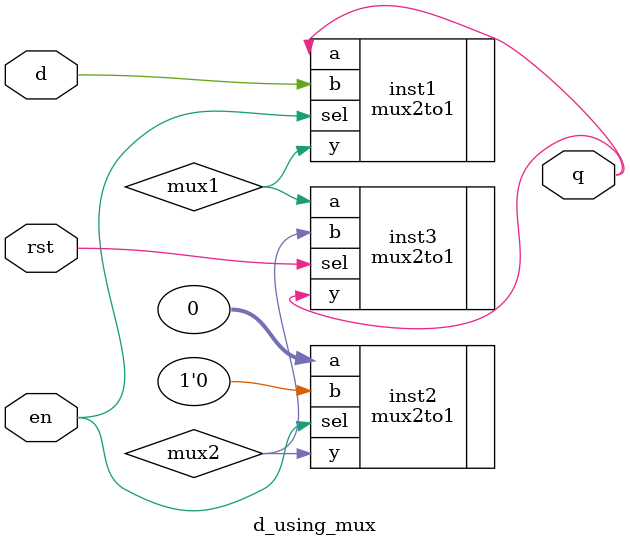
<source format=v>
`include "/home/roy/Desktop/Git_Hub/MUX_ALL/MUX2TO1/mux2to1.v"
module d_using_mux(input rst, en,d, output q);
wire mux1,mux2;
mux2to1 inst1(.a(q),.b(d),.sel(en),.y(mux1));
mux2to1 inst2(.a(0),.b(1'b0),.sel(en),.y(mux2));
mux2to1 inst3(.a(mux1),.b(mux2),.sel(rst),.y(q));
endmodule

</source>
